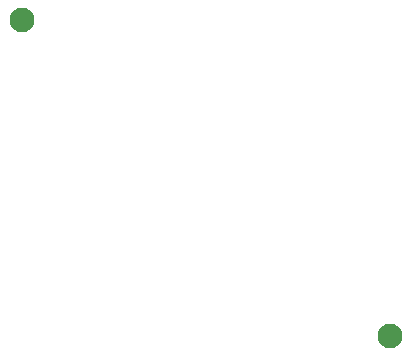
<source format=gbs>
%TF.GenerationSoftware,KiCad,Pcbnew,8.0.3-8.0.3-0~ubuntu22.04.1*%
%TF.CreationDate,2024-07-09T12:22:34+05:30*%
%TF.ProjectId,CSI,4353492e-6b69-4636-9164-5f7063625858,rev?*%
%TF.SameCoordinates,Original*%
%TF.FileFunction,Soldermask,Bot*%
%TF.FilePolarity,Negative*%
%FSLAX46Y46*%
G04 Gerber Fmt 4.6, Leading zero omitted, Abs format (unit mm)*
G04 Created by KiCad (PCBNEW 8.0.3-8.0.3-0~ubuntu22.04.1) date 2024-07-09 12:22:34*
%MOMM*%
%LPD*%
G01*
G04 APERTURE LIST*
%ADD10C,2.100000*%
G04 APERTURE END LIST*
D10*
%TO.C,H2*%
X172350000Y-113950000D03*
%TD*%
%TO.C,H1*%
X141225000Y-87225000D03*
%TD*%
M02*

</source>
